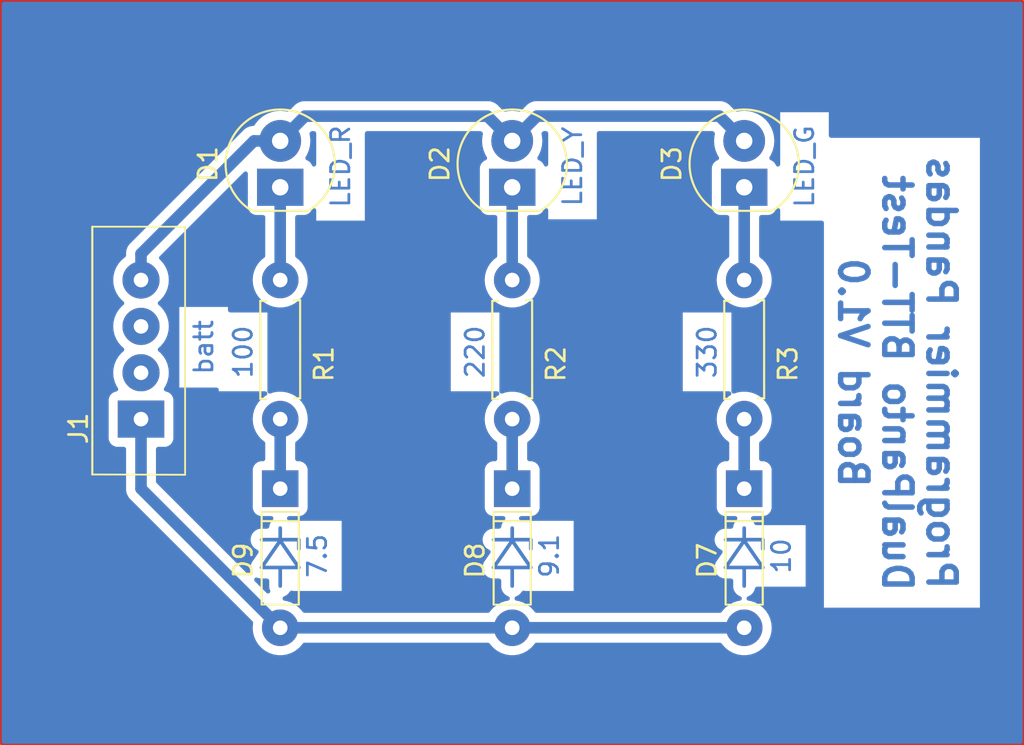
<source format=kicad_pcb>
(kicad_pcb (version 20221018) (generator pcbnew)
  (layers (0 "F.Cu" signal) (31 "B.Cu" signal) (34 "B.Paste" user) (35 "F.Paste" user) (36 "B.SilkS" user "B.Silkscreen") (37 "F.SilkS" user "F.Silkscreen") (38 "B.Mask" user) (39 "F.Mask" user) (44 "Edge.Cuts" user))
  (net 0 "")
  (net 1 "Net-(D1-K)")
  (net 2 "Net-(D1-A)")
  (net 3 "Net-(D2-K)")
  (net 4 "Net-(D3-K)")
  (net 5 "Net-(D7-K)")
  (net 6 "Net-(D7-A)")
  (net 7 "Net-(D8-K)")
  (net 8 "Net-(D9-K)")
  (footprint "BIS_footprints.pretty (1):LED_D5.0mm" (layer "F.Cu") (at 83.82 78.74 90)
    (fp_text reference "D2" (at 1.27 -3.96 90) (layer "F.SilkS"))
    (fp_text value "LED_Y" (at 1.143 3.302 90) (layer "B.Cu"))
    (fp_line (start -1.29 -1.545) (end -1.29 1.545) (stroke (width 0.12)) (layer "F.SilkS"))
    (fp_arc (start -1.29 -1.54483) (mid 2.072002 -2.880433) (end 4.26 0.000462) (stroke (width 0.12)) (layer "F.SilkS"))
    (fp_arc (start 4.26 -0.000462) (mid 2.072002 2.880433) (end -1.29 1.54483) (stroke (width 0.12)) (layer "F.SilkS"))
    (pad "1" thru_hole rect (at 0 0 180) (size 2.54 2.032) (drill 0.9) (layers "*.Cu" "*.Mask") (net 3 "Net-(D2-K)"))
    (pad "2" thru_hole circle (at 2.54 0 90) (size 2.286 2.286) (drill 0.9) (layers "*.Cu" "*.Mask") (net 2 "Net-(D1-A)"))
  )
  (footprint "BIS_footprints.pretty (1):R_THT_Axial_Horizontal" (layer "F.Cu") (at 71.12 83.82 -90)
    (fp_text reference "R1" (at 4.60198 -2.397 90) (layer "F.SilkS"))
    (fp_text value "100" (at 3.937 2.032 90) (layer "B.Cu"))
    (fp_line (start 1.10998 -1.08902) (end 6.477 -1.092) (stroke (width 0.12)) (layer "F.SilkS"))
    (fp_line (start 1.10998 -0.75902) (end 1.10998 -1.08902) (stroke (width 0.12)) (layer "F.SilkS"))
    (fp_line (start 1.143 1.092) (end 1.143 0.762) (stroke (width 0.12)) (layer "F.SilkS"))
    (fp_line (start 6.477 -1.092) (end 6.477 -0.762) (stroke (width 0.12)) (layer "F.SilkS"))
    (fp_line (start 6.51002 0.75902) (end 6.51002 1.08902) (stroke (width 0.12)) (layer "F.SilkS"))
    (fp_line (start 6.51002 1.08902) (end 1.143 1.092) (stroke (width 0.12)) (layer "F.SilkS"))
    (pad "1" thru_hole circle (at 0 0 270) (size 2 2) (drill 0.8) (layers "*.Cu" "*.Mask") (net 1 "Net-(D1-K)"))
    (pad "2" thru_hole circle (at 7.62 0 270) (size 2 2) (drill 0.8) (layers "*.Cu" "*.Mask") (net 8 "Net-(D9-K)"))
  )
  (footprint "BIS_footprints.pretty (1):R_THT_Axial_Horizontal" (layer "F.Cu") (at 96.52 83.82 -90)
    (fp_text reference "R3" (at 4.60198 -2.397 90) (layer "F.SilkS"))
    (fp_text value "330" (at 3.937 2.032 90) (layer "B.Cu"))
    (fp_line (start 1.10998 -1.08902) (end 6.477 -1.092) (stroke (width 0.12)) (layer "F.SilkS"))
    (fp_line (start 1.10998 -0.75902) (end 1.10998 -1.08902) (stroke (width 0.12)) (layer "F.SilkS"))
    (fp_line (start 1.143 1.092) (end 1.143 0.762) (stroke (width 0.12)) (layer "F.SilkS"))
    (fp_line (start 6.477 -1.092) (end 6.477 -0.762) (stroke (width 0.12)) (layer "F.SilkS"))
    (fp_line (start 6.51002 0.75902) (end 6.51002 1.08902) (stroke (width 0.12)) (layer "F.SilkS"))
    (fp_line (start 6.51002 1.08902) (end 1.143 1.092) (stroke (width 0.12)) (layer "F.SilkS"))
    (pad "1" thru_hole circle (at 0 0 270) (size 2 2) (drill 0.8) (layers "*.Cu" "*.Mask") (net 4 "Net-(D3-K)"))
    (pad "2" thru_hole circle (at 7.62 0 270) (size 2 2) (drill 0.8) (layers "*.Cu" "*.Mask") (net 5 "Net-(D7-K)"))
  )
  (footprint "BIS_footprints.pretty (1):Conn_1x4_Vertical" (layer "F.Cu") (at 63.5 91.44 90)
    (fp_text reference "J1" (at -0.508 -3.429 90) (layer "F.SilkS"))
    (fp_text value "batt" (at 3.937 3.429 90) (layer "B.Cu"))
    (fp_line (start -3.048 2.413) (end 10.541 2.413) (stroke (width 0.1)) (layer "F.SilkS"))
    (fp_line (start -3.032 -2.667) (end -3.048 2.413) (stroke (width 0.1)) (layer "F.SilkS"))
    (fp_line (start -3.032 -2.667) (end 10.541 -2.667) (stroke (width 0.12)) (layer "F.SilkS"))
    (fp_line (start 10.541 2.413) (end 10.541 -2.667) (stroke (width 0.1)) (layer "F.SilkS"))
    (pad "1" thru_hole rect (at 0 0 90) (size 2.032 2.54) (drill 0.8) (layers "*.Cu" "*.Mask") (net 6 "Net-(D7-A)"))
    (pad "2" thru_hole circle (at 2.54 0 90) (size 2.032 2.032) (drill 0.8) (layers "*.Cu" "*.Mask"))
    (pad "3" thru_hole circle (at 5.08 0 90) (size 2.032 2.032) (drill 0.8) (layers "*.Cu" "*.Mask"))
    (pad "4" thru_hole circle (at 7.62 0 90) (size 2.032 2.032) (drill 0.8) (layers "*.Cu" "*.Mask") (net 2 "Net-(D1-A)"))
  )
  (footprint "BIS_footprints.pretty (1):LED_D5.0mm" (layer "F.Cu") (at 71.12 78.74 90)
    (fp_text reference "D1" (at 1.27 -3.96 90) (layer "F.SilkS"))
    (fp_text value "LED_R" (at 1.143 3.302 90) (layer "B.Cu"))
    (fp_line (start -1.29 -1.545) (end -1.29 1.545) (stroke (width 0.12)) (layer "F.SilkS"))
    (fp_arc (start -1.29 -1.54483) (mid 2.072002 -2.880433) (end 4.26 0.000462) (stroke (width 0.12)) (layer "F.SilkS"))
    (fp_arc (start 4.26 -0.000462) (mid 2.072002 2.880433) (end -1.29 1.54483) (stroke (width 0.12)) (layer "F.SilkS"))
    (pad "1" thru_hole rect (at 0 0 180) (size 2.54 2.032) (drill 0.9) (layers "*.Cu" "*.Mask") (net 1 "Net-(D1-K)"))
    (pad "2" thru_hole circle (at 2.54 0 90) (size 2.286 2.286) (drill 0.9) (layers "*.Cu" "*.Mask") (net 2 "Net-(D1-A)"))
  )
  (footprint "BIS_footprints.pretty (1):LED_D5.0mm" (layer "F.Cu") (at 96.52 78.74 90)
    (fp_text reference "D3" (at 1.27 -3.96 90) (layer "F.SilkS"))
    (fp_text value "LED_G" (at 1.143 3.302 90) (layer "B.Cu"))
    (fp_line (start -1.29 -1.545) (end -1.29 1.545) (stroke (width 0.12)) (layer "F.SilkS"))
    (fp_arc (start -1.29 -1.54483) (mid 2.072002 -2.880433) (end 4.26 0.000462) (stroke (width 0.12)) (layer "F.SilkS"))
    (fp_arc (start 4.26 -0.000462) (mid 2.072002 2.880433) (end -1.29 1.54483) (stroke (width 0.12)) (layer "F.SilkS"))
    (pad "1" thru_hole rect (at 0 0 180) (size 2.54 2.032) (drill 0.9) (layers "*.Cu" "*.Mask") (net 4 "Net-(D3-K)"))
    (pad "2" thru_hole circle (at 2.54 0 90) (size 2.286 2.286) (drill 0.9) (layers "*.Cu" "*.Mask") (net 2 "Net-(D1-A)"))
  )
  (footprint "BIS_footprints.pretty (1):R_THT_Axial_Horizontal" (layer "F.Cu") (at 83.82 83.82 -90)
    (fp_text reference "R2" (at 4.60198 -2.397 90) (layer "F.SilkS"))
    (fp_text value "220" (at 3.937 2.032 90) (layer "B.Cu"))
    (fp_line (start 1.10998 -1.08902) (end 6.477 -1.092) (stroke (width 0.12)) (layer "F.SilkS"))
    (fp_line (start 1.10998 -0.75902) (end 1.10998 -1.08902) (stroke (width 0.12)) (layer "F.SilkS"))
    (fp_line (start 1.143 1.092) (end 1.143 0.762) (stroke (width 0.12)) (layer "F.SilkS"))
    (fp_line (start 6.477 -1.092) (end 6.477 -0.762) (stroke (width 0.12)) (layer "F.SilkS"))
    (fp_line (start 6.51002 0.75902) (end 6.51002 1.08902) (stroke (width 0.12)) (layer "F.SilkS"))
    (fp_line (start 6.51002 1.08902) (end 1.143 1.092) (stroke (width 0.12)) (layer "F.SilkS"))
    (pad "1" thru_hole circle (at 0 0 270) (size 2 2) (drill 0.8) (layers "*.Cu" "*.Mask") (net 3 "Net-(D2-K)"))
    (pad "2" thru_hole circle (at 7.62 0 270) (size 2 2) (drill 0.8) (layers "*.Cu" "*.Mask") (net 7 "Net-(D8-K)"))
  )
  (footprint "BIS_footprints.pretty (1):D_Zener_Horizontal" (layer "F.Cu") (at 83.82 95.25 -90)
    (fp_text reference "D8" (at 3.937 2.032 90) (layer "F.SilkS"))
    (fp_text value "9.1" (at 3.683 -2.032 90) (layer "B.Cu"))
    (fp_line (start 2.794 -1.016) (end 2.794 1.016) (stroke (width 0.2)) (layer "B.Cu"))
    (fp_line (start 2.794 -1.016) (end 3.302 -1.016) (stroke (width 0.2)) (layer "B.Cu"))
    (fp_line (start 2.794 0) (end 2.159 0) (stroke (width 0.2)) (layer "B.Cu"))
    (fp_line (start 2.847 0) (end 4.318 -1.016) (stroke (width 0.2)) (layer "B.Cu"))
    (fp_line (start 4.318 -1.016) (end 4.318 1.016) (stroke (width 0.2)) (layer "B.Cu"))
    (fp_line (start 4.318 0) (end 5.334 0) (stroke (width 0.2)) (layer "B.Cu"))
    (fp_line (start 4.318 1.016) (end 2.847 0) (stroke (width 0.2)) (layer "B.Cu"))
    (fp_line (start 1.27 -1.016) (end 1.27 1.016) (stroke (width 0.1)) (layer "F.SilkS"))
    (fp_line (start 1.27 -1.016) (end 6.35 -1.016) (stroke (width 0.12)) (layer "F.SilkS"))
    (fp_line (start 1.27 1.016) (end 6.35 1.016) (stroke (width 0.12)) (layer "F.SilkS"))
    (fp_line (start 1.778 -1.016) (end 1.778 1.016) (stroke (width 0.12)) (layer "F.SilkS"))
    (fp_line (start 6.35 -1.016) (end 6.35 1.016) (stroke (width 0.1)) (layer "F.SilkS"))
    (pad "1" thru_hole rect (at 0 0 270) (size 2 2) (drill 0.8) (layers "*.Cu" "*.Mask") (net 7 "Net-(D8-K)"))
    (pad "2" thru_hole oval (at 7.62 0 270) (size 2 2) (drill 0.8) (layers "*.Cu" "*.Mask") (net 6 "Net-(D7-A)"))
  )
  (footprint "BIS_footprints.pretty (1):D_Zener_Horizontal" (layer "F.Cu") (at 96.52 95.25 -90)
    (fp_text reference "D7" (at 3.937 2.032 90) (layer "F.SilkS"))
    (fp_text value "10" (at 3.683 -2.032 90) (layer "B.Cu"))
    (fp_line (start 2.794 -1.016) (end 2.794 1.016) (stroke (width 0.2)) (layer "B.Cu"))
    (fp_line (start 2.794 -1.016) (end 3.302 -1.016) (stroke (width 0.2)) (layer "B.Cu"))
    (fp_line (start 2.794 0) (end 2.159 0) (stroke (width 0.2)) (layer "B.Cu"))
    (fp_line (start 2.847 0) (end 4.318 -1.016) (stroke (width 0.2)) (layer "B.Cu"))
    (fp_line (start 4.318 -1.016) (end 4.318 1.016) (stroke (width 0.2)) (layer "B.Cu"))
    (fp_line (start 4.318 0) (end 5.334 0) (stroke (width 0.2)) (layer "B.Cu"))
    (fp_line (start 4.318 1.016) (end 2.847 0) (stroke (width 0.2)) (layer "B.Cu"))
    (fp_line (start 1.27 -1.016) (end 1.27 1.016) (stroke (width 0.1)) (layer "F.SilkS"))
    (fp_line (start 1.27 -1.016) (end 6.35 -1.016) (stroke (width 0.12)) (layer "F.SilkS"))
    (fp_line (start 1.27 1.016) (end 6.35 1.016) (stroke (width 0.12)) (layer "F.SilkS"))
    (fp_line (start 1.778 -1.016) (end 1.778 1.016) (stroke (width 0.12)) (layer "F.SilkS"))
    (fp_line (start 6.35 -1.016) (end 6.35 1.016) (stroke (width 0.1)) (layer "F.SilkS"))
    (pad "1" thru_hole rect (at 0 0 270) (size 2 2) (drill 0.8) (layers "*.Cu" "*.Mask") (net 5 "Net-(D7-K)"))
    (pad "2" thru_hole oval (at 7.62 0 270) (size 2 2) (drill 0.8) (layers "*.Cu" "*.Mask") (net 6 "Net-(D7-A)"))
  )
  (footprint "BIS_footprints.pretty (1):D_Zener_Horizontal" (layer "F.Cu") (at 71.12 95.25 -90)
    (fp_text reference "D9" (at 3.937 2.032 90) (layer "F.SilkS"))
    (fp_text value "7.5" (at 3.683 -2.032 90) (layer "B.Cu"))
    (fp_line (start 2.794 -1.016) (end 2.794 1.016) (stroke (width 0.2)) (layer "B.Cu"))
    (fp_line (start 2.794 -1.016) (end 3.302 -1.016) (stroke (width 0.2)) (layer "B.Cu"))
    (fp_line (start 2.794 0) (end 2.159 0) (stroke (width 0.2)) (layer "B.Cu"))
    (fp_line (start 2.847 0) (end 4.318 -1.016) (stroke (width 0.2)) (layer "B.Cu"))
    (fp_line (start 4.318 -1.016) (end 4.318 1.016) (stroke (width 0.2)) (layer "B.Cu"))
    (fp_line (start 4.318 0) (end 5.334 0) (stroke (width 0.2)) (layer "B.Cu"))
    (fp_line (start 4.318 1.016) (end 2.847 0) (stroke (width 0.2)) (layer "B.Cu"))
    (fp_line (start 1.27 -1.016) (end 1.27 1.016) (stroke (width 0.1)) (layer "F.SilkS"))
    (fp_line (start 1.27 -1.016) (end 6.35 -1.016) (stroke (width 0.12)) (layer "F.SilkS"))
    (fp_line (start 1.27 1.016) (end 6.35 1.016) (stroke (width 0.12)) (layer "F.SilkS"))
    (fp_line (start 1.778 -1.016) (end 1.778 1.016) (stroke (width 0.12)) (layer "F.SilkS"))
    (fp_line (start 6.35 -1.016) (end 6.35 1.016) (stroke (width 0.1)) (layer "F.SilkS"))
    (pad "1" thru_hole rect (at 0 0 270) (size 2 2) (drill 0.8) (layers "*.Cu" "*.Mask") (net 8 "Net-(D9-K)"))
    (pad "2" thru_hole oval (at 7.62 0 270) (size 2 2) (drill 0.8) (layers "*.Cu" "*.Mask") (net 6 "Net-(D7-A)"))
  )
  (gr_rect (start 55.88 68.58) (end 111.76 109.22) (stroke (width 0.2)) (fill none) (layer "F.Cu"))
  (gr_text "Programmier Pandas\nDualPanto BTT-Test \nBoard V1.0" (at 101.6 88.9 270) (layer "B.Cu") (effects (font (size 1.5 1.5) (thickness 0.3) bold) (justify bottom mirror)))
  (segment (start 71.12 78.74) (end 71.12 83.82) (width 0.635) (layer "B.Cu") (net 1))
  (segment (start 83.82 76.2) (end 85.180006 74.839994) (width 0.635) (layer "B.Cu") (net 2))
  (segment (start 63.5 82.38316) (end 69.68316 76.2) (width 0.635) (layer "B.Cu") (net 2))
  (segment (start 95.159994 74.839994) (end 96.52 76.2) (width 0.635) (layer "B.Cu") (net 2))
  (segment (start 71.12 76.2) (end 72.476669 74.843331) (width 0.635) (layer "B.Cu") (net 2))
  (segment (start 72.476669 74.843331) (end 82.463331 74.843331) (width 0.635) (layer "B.Cu") (net 2))
  (segment (start 82.463331 74.843331) (end 83.82 76.2) (width 0.635) (layer "B.Cu") (net 2))
  (segment (start 63.5 83.82) (end 63.5 82.38316) (width 0.635) (layer "B.Cu") (net 2))
  (segment (start 69.68316 76.2) (end 71.12 76.2) (width 0.635) (layer "B.Cu") (net 2))
  (segment (start 85.180006 74.839994) (end 95.159994 74.839994) (width 0.635) (layer "B.Cu") (net 2))
  (segment (start 83.82 78.74) (end 83.82 83.82) (width 0.635) (layer "B.Cu") (net 3))
  (segment (start 96.52 78.74) (end 96.52 83.82) (width 0.635) (layer "B.Cu") (net 4))
  (segment (start 96.52 91.44) (end 96.52 95.25) (width 0.635) (layer "B.Cu") (net 5))
  (segment (start 83.82 102.87) (end 71.12 102.87) (width 0.635) (layer "B.Cu") (net 6))
  (segment (start 96.52 102.87) (end 83.82 102.87) (width 0.635) (layer "B.Cu") (net 6))
  (segment (start 71.12 102.87) (end 63.5 95.25) (width 0.635) (layer "B.Cu") (net 6))
  (segment (start 63.5 95.25) (end 63.5 91.44) (width 0.635) (layer "B.Cu") (net 6))
  (segment (start 83.82 91.44) (end 83.82 95.25) (width 0.635) (layer "B.Cu") (net 7))
  (segment (start 71.12 91.44) (end 71.12 95.25) (width 0.635) (layer "B.Cu") (net 8))
  (zone (net 0) (net_name "") (layer "B.Cu") (connect_pads (clearance 0.5)) (min_thickness 0.25) (fill yes (thermal_gap 0.5) (thermal_bridge_width 0.5) (island_removal_mode 1) (island_area_min 9.999999))
    (polygon (pts (xy 111.76 68.58) (xy 111.76 109.22) (xy 55.88 109.22) (xy 55.88 68.58)))
  )
)
</source>
